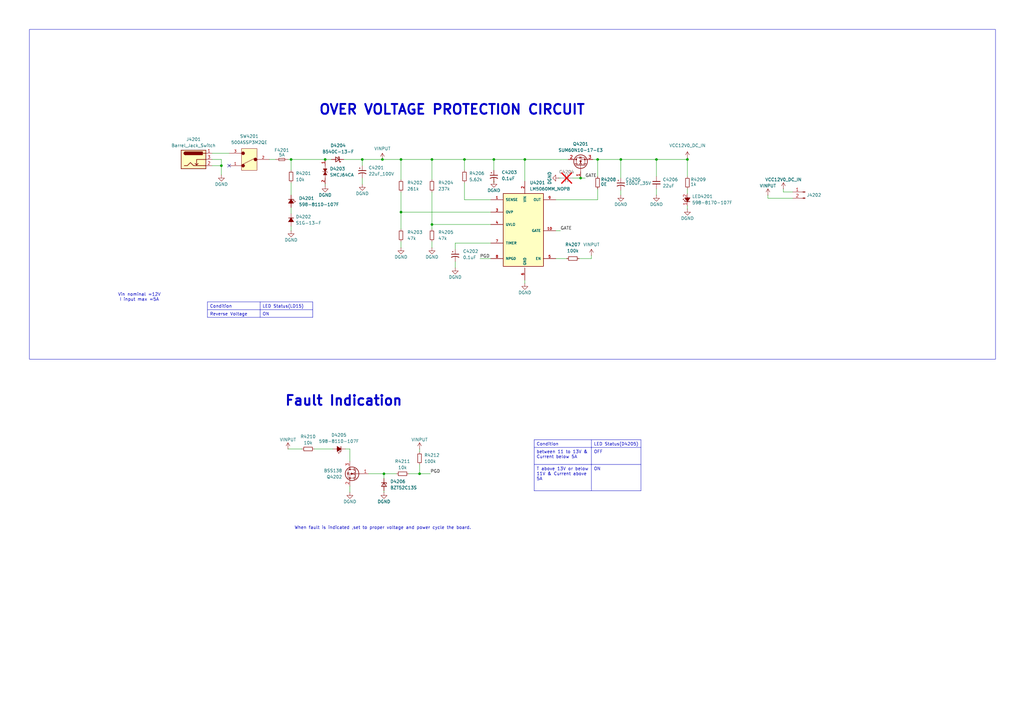
<source format=kicad_sch>
(kicad_sch (version 20250114) (generator "eeschema") (generator_version "9.0")
  (paper "A3")
  (title_block (title "Barre de son (base saine)") (date "2025-05-16") (rev "1.0") (company "NDH"))
  (lib_symbols
    (symbol "Connector:Barrel_Jack_Switch" (pin_names (hide yes))
      (property "Reference" "J" (at 0 5.334 0))
      (property "Value" "Barrel_Jack_Switch" (at 0 -5.08 0))
      (symbol "Barrel_Jack_Switch_0_1"
        (rectangle (start -5.08 3.81) (end 5.08 -3.81) (stroke (width 0.254)) (fill (type background)))
        (polyline (pts (xy -3.81 -2.54) (xy -2.54 -2.54) (xy -1.27 -1.27) (xy 0 -2.54) (xy 2.54 -2.54) (xy 5.08 -2.54)) (stroke (width 0.254)))
        (arc (start -3.302 1.905) (mid -3.9343 2.54) (end -3.302 3.175) (stroke (width 0.254)))
        (arc (start -3.302 1.905) (mid -3.9343 2.54) (end -3.302 3.175) (stroke (width 0.254)) (fill (type outline)))
        (polyline (pts (xy 1.27 -2.286) (xy 1.905 -1.651)) (stroke (width 0.254)))
        (rectangle (start 3.683 3.175) (end -3.302 1.905) (stroke (width 0.254)) (fill (type outline)))
        (polyline (pts (xy 5.08 2.54) (xy 3.81 2.54)) (stroke (width 0.254)))
        (polyline (pts (xy 5.08 0) (xy 1.27 0) (xy 1.27 -2.286) (xy 0.635 -1.651)) (stroke (width 0.254)))
      )
      (symbol "Barrel_Jack_Switch_1_1"
        (pin passive line (at 7.62 2.54 180) (length 2.54) (name "~") (number "1"))
        (pin passive line (at 7.62 0 180) (length 2.54) (name "~") (number "3"))
        (pin passive line (at 7.62 -2.54 180) (length 2.54) (name "~") (number "2"))
      )
    )
    (symbol "Connector:Conn_01x02_Pin" (pin_names (offset 1.016) (hide yes))
      (property "Reference" "J" (at 0 2.54 0))
      (property "Value" "Conn_01x02_Pin" (at 0 -5.08 0))
      (symbol "Conn_01x02_Pin_1_1"
        (rectangle (start 0.8636 0.127) (end 0 -0.127) (stroke (width 0.1524)) (fill (type outline)))
        (rectangle (start 0.8636 -2.413) (end 0 -2.667) (stroke (width 0.1524)) (fill (type outline)))
        (polyline (pts (xy 1.27 0) (xy 0.8636 0)) (stroke (width 0.1524)))
        (polyline (pts (xy 1.27 -2.54) (xy 0.8636 -2.54)) (stroke (width 0.1524)))
        (pin passive line (at 5.08 0 180) (length 3.81) (name "Pin_1") (number "1"))
        (pin passive line (at 5.08 -2.54 180) (length 3.81) (name "Pin_2") (number "2"))
      )
    )
    (symbol "Device:C_Polarized_Small_US" (pin_numbers (hide yes)) (pin_names (offset 0.254) (hide yes))
      (property "Reference" "C" (at 0.254 1.778 0))
      (property "Value" "C_Polarized_Small_US" (at 0.254 -2.032 0))
      (symbol "C_Polarized_Small_US_0_1"
        (polyline (pts (xy -1.524 0.508) (xy 1.524 0.508)) (stroke (width 0.3048)))
        (polyline (pts (xy -1.27 1.524) (xy -0.762 1.524)))
        (polyline (pts (xy -1.016 1.27) (xy -1.016 1.778)))
        (arc (start -1.524 -0.762) (mid 0 -0.3734) (end 1.524 -0.762) (stroke (width 0.3048)))
      )
      (symbol "C_Polarized_Small_US_1_1"
        (pin passive line (at 0 2.54 270) (length 2.032) (name "~") (number "1"))
        (pin passive line (at 0 -2.54 90) (length 2.032) (name "~") (number "2"))
      )
    )
    (symbol "Device:C_Small" (pin_numbers (hide yes)) (pin_names (offset 0.254) (hide yes))
      (property "Reference" "C" (at 0.254 1.778 0))
      (property "Value" "C_Small" (at 0.254 -2.032 0))
      (symbol "C_Small_0_1"
        (polyline (pts (xy -1.524 0.508) (xy 1.524 0.508)) (stroke (width 0.3048)))
        (polyline (pts (xy -1.524 -0.508) (xy 1.524 -0.508)) (stroke (width 0.3302)))
      )
      (symbol "C_Small_1_1"
        (pin passive line (at 0 2.54 270) (length 2.032) (name "~") (number "1"))
        (pin passive line (at 0 -2.54 90) (length 2.032) (name "~") (number "2"))
      )
    )
    (symbol "Device:D_Schottky_Small" (pin_numbers (hide yes)) (pin_names (offset 0.254) (hide yes))
      (property "Reference" "D" (at -1.27 2.032 0))
      (property "Value" "D_Schottky_Small" (at -7.112 -2.032 0))
      (symbol "D_Schottky_Small_0_1"
        (polyline (pts (xy -1.27 0.762) (xy -1.27 1.016) (xy -0.762 1.016) (xy -0.762 -1.016) (xy -0.254 -1.016) (xy -0.254 -0.762)) (stroke (width 0.254)))
        (polyline (pts (xy -0.762 0) (xy 0.762 0)))
        (polyline (pts (xy 0.762 -1.016) (xy -0.762 0) (xy 0.762 1.016) (xy 0.762 -1.016)) (stroke (width 0.254)))
      )
      (symbol "D_Schottky_Small_1_1"
        (pin passive line (at -2.54 0 0) (length 1.778) (name "K") (number "1"))
        (pin passive line (at 2.54 0 180) (length 1.778) (name "A") (number "2"))
      )
    )
    (symbol "Device:D_Small_Filled" (pin_numbers (hide yes)) (pin_names (offset 0.254) (hide yes))
      (property "Reference" "D" (at -1.27 2.032 0))
      (property "Value" "D_Small_Filled" (at -3.81 -2.032 0))
      (symbol "D_Small_Filled_0_1"
        (polyline (pts (xy -0.762 0) (xy 0.762 0)))
        (polyline (pts (xy -0.762 -1.016) (xy -0.762 1.016)) (stroke (width 0.254)))
        (polyline (pts (xy 0.762 -1.016) (xy -0.762 0) (xy 0.762 1.016) (xy 0.762 -1.016)) (stroke (width 0.254)) (fill (type outline)))
      )
      (symbol "D_Small_Filled_1_1"
        (pin passive line (at -2.54 0 0) (length 1.778) (name "K") (number "1"))
        (pin passive line (at 2.54 0 180) (length 1.778) (name "A") (number "2"))
      )
    )
    (symbol "Device:D_Zener_Small" (pin_numbers (hide yes)) (pin_names (offset 0.254) (hide yes))
      (property "Reference" "D" (at 0 2.286 0))
      (property "Value" "D_Zener_Small" (at 0 -2.286 0))
      (symbol "D_Zener_Small_0_1"
        (polyline (pts (xy -0.254 1.016) (xy -0.762 1.016) (xy -0.762 -1.016)) (stroke (width 0.254)))
        (polyline (pts (xy 0.762 1.016) (xy -0.762 0) (xy 0.762 -1.016) (xy 0.762 1.016)) (stroke (width 0.254)))
        (polyline (pts (xy 0.762 0) (xy -0.762 0)))
      )
      (symbol "D_Zener_Small_1_1"
        (pin passive line (at -2.54 0 0) (length 1.778) (name "K") (number "1"))
        (pin passive line (at 2.54 0 180) (length 1.778) (name "A") (number "2"))
      )
    )
    (symbol "Device:Fuse_Small" (pin_numbers (hide yes)) (pin_names (offset 0.254) (hide yes))
      (property "Reference" "F" (at 0 -1.524 0))
      (property "Value" "Fuse_Small" (at 0 1.524 0))
      (symbol "Fuse_Small_0_1"
        (rectangle (start -1.27 0.508) (end 1.27 -0.508))
        (polyline (pts (xy -1.27 0) (xy 1.27 0)))
      )
      (symbol "Fuse_Small_1_1"
        (pin passive line (at -2.54 0 0) (length 1.27) (name "~") (number "1"))
        (pin passive line (at 2.54 0 180) (length 1.27) (name "~") (number "2"))
      )
    )
    (symbol "Device:LED_Small_Filled" (pin_numbers (hide yes)) (pin_names (offset 0.254) (hide yes))
      (property "Reference" "D" (at -1.27 3.175 0))
      (property "Value" "LED_Small_Filled" (at -4.445 -2.54 0))
      (symbol "LED_Small_Filled_0_1"
        (polyline (pts (xy -0.762 -1.016) (xy -0.762 1.016)) (stroke (width 0.254)))
        (polyline (pts (xy 0 0.762) (xy -0.508 1.27) (xy -0.254 1.27) (xy -0.508 1.27) (xy -0.508 1.016)))
        (polyline (pts (xy 0.508 1.27) (xy 0 1.778) (xy 0.254 1.778) (xy 0 1.778) (xy 0 1.524)))
        (polyline (pts (xy 0.762 -1.016) (xy -0.762 0) (xy 0.762 1.016) (xy 0.762 -1.016)) (stroke (width 0.254)) (fill (type outline)))
        (polyline (pts (xy 1.016 0) (xy -0.762 0)))
      )
      (symbol "LED_Small_Filled_1_1"
        (pin passive line (at -2.54 0 0) (length 1.778) (name "K") (number "1"))
        (pin passive line (at 2.54 0 180) (length 1.778) (name "A") (number "2"))
      )
    )
    (symbol "Device:R_Small" (pin_numbers (hide yes)) (pin_names (offset 0.254) (hide yes))
      (property "Reference" "R" (at 0.762 0.508 0))
      (property "Value" "R_Small" (at 0.762 -1.016 0))
      (symbol "R_Small_0_1"
        (rectangle (start -0.762 1.778) (end 0.762 -1.778) (stroke (width 0.2032)))
      )
      (symbol "R_Small_1_1"
        (pin passive line (at 0 2.54 270) (length 0.762) (name "~") (number "1"))
        (pin passive line (at 0 -2.54 90) (length 0.762) (name "~") (number "2"))
      )
    )
    (symbol "Libglobal:500ASSP3M2QE"
      (property "Reference" "SW" (at 0 0 0))
      (property "Value" "500ASSP3M2QE" (at 5.842 -1.778 0))
      (symbol "500ASSP3M2QE_1_0"
        (pin power_in line (at -6.35 -5.08 0) (length 5.08) (name "") (number "3"))
        (pin power_in line (at -6.35 -10.16 0) (length 5.08) (name "") (number "1"))
        (pin power_in line (at 10.16 -7.62 180) (length 5.08) (name "") (number "2"))
      )
      (symbol "500ASSP3M2QE_1_1"
        (rectangle (start -1.27 -3.175) (end 5.08 -12.065) (fill (type background)))
        (polyline (pts (xy -1.27 -5.08) (xy -0.635 -5.08)))
        (polyline (pts (xy -1.27 -10.16) (xy -0.635 -10.16)))
        (circle (center -0.635 -5.08) (radius 0.635) (fill (type outline)))
        (circle (center -0.635 -10.16) (radius 0.635) (fill (type outline)))
        (polyline (pts (xy 4.445 -6.985) (xy -0.635 -9.525)))
        (circle (center 4.445 -7.62) (radius 0.635) (fill (type outline)))
        (polyline (pts (xy 5.08 -7.62) (xy 4.445 -7.62)))
      )
    )
    (symbol "Libglobal:598-8170-107F"
      (property "Reference" "LED" (at 0 -0.762 0))
      (property "Value" "598-8170-107F" (at 0 -2.286 0))
      (symbol "598-8170-107F_0_1"
        (polyline (pts (xy -0.762 -6.096) (xy -0.762 -4.064)) (stroke (width 0.254)))
        (polyline (pts (xy 0 -4.318) (xy -0.508 -3.81) (xy -0.254 -3.81) (xy -0.508 -3.81) (xy -0.508 -4.064)))
        (polyline (pts (xy 0.508 -3.81) (xy 0 -3.302) (xy 0.254 -3.302) (xy 0 -3.302) (xy 0 -3.556)))
        (polyline (pts (xy 0.762 -6.096) (xy -0.762 -5.08) (xy 0.762 -4.064) (xy 0.762 -6.096)) (stroke (width 0.254)) (fill (type outline)))
        (polyline (pts (xy 1.016 -5.08) (xy -0.762 -5.08)))
      )
      (symbol "598-8170-107F_1_1"
        (pin passive line (at -2.54 -5.08 0) (length 1.778) (name "") (number "1"))
        (pin passive line (at 2.54 -5.08 180) (length 1.778) (name "") (number "2"))
      )
    )
    (symbol "Libglobal:LM5060MM_NOPB" (pin_names (offset 1.016))
      (property "Reference" "U" (at -19.05 20.574 0))
      (property "Value" "LM5060MM_NOPB" (at -19.05 20.066 0))
      (symbol "LM5060MM_NOPB_0_0"
        (rectangle (start -8.89 17.78) (end 7.62 -12.065) (stroke (width 0.254)) (fill (type background)))
        (pin input line (at -13.97 15.24 0) (length 5.08) (name "SENSE") (number "1"))
        (pin input line (at -13.97 10.16 0) (length 5.08) (name "OVP") (number "3"))
        (pin input line (at -13.97 5.08 0) (length 5.08) (name "UVLO") (number "4"))
        (pin bidirectional line (at -13.97 -2.54 0) (length 5.08) (name "TIMER") (number "7"))
        (pin output line (at -13.97 -8.89 0) (length 5.08) (name "NPGD") (number "8"))
        (pin power_in line (at 0 22.86 270) (length 5.08) (name "VIN") (number "2"))
        (pin power_in line (at 0 -17.78 90) (length 5.08) (name "GND") (number "6"))
        (pin input line (at 12.7 15.24 180) (length 5.08) (name "OUT") (number "9"))
        (pin output line (at 12.7 2.54 180) (length 5.08) (name "GATE") (number "10"))
        (pin input line (at 12.7 -8.89 180) (length 5.08) (name "EN") (number "5"))
      )
    )
    (symbol "Libglobal:SMCJ64CA" (pin_names (offset 1.016))
      (property "Reference" "D" (at -5.08 2.54 0))
      (property "Value" "SMCJ64CA" (at -5.08 -5.08 0))
      (symbol "SMCJ64CA_0_0"
        (polyline (pts (xy -1.27 0) (xy -2.54 0)) (stroke (width 0.1524)))
        (polyline (pts (xy 0 0.762) (xy 0.254 1.016)) (stroke (width 0.1524)))
        (polyline (pts (xy 0 0) (xy -1.27 -0.762) (xy -1.27 0.762) (xy 0 0)) (stroke (width 0.1524)) (fill (type outline)))
        (polyline (pts (xy 0 0) (xy 1.27 0.762) (xy 1.27 -0.762) (xy 0 0)) (stroke (width 0.1524)) (fill (type outline)))
        (polyline (pts (xy 0 -0.762) (xy -0.254 -1.016)) (stroke (width 0.1524)))
        (polyline (pts (xy 0 -0.762) (xy 0 0.762)) (stroke (width 0.1524)))
        (polyline (pts (xy 1.27 0) (xy 2.54 0)) (stroke (width 0.1524)))
        (pin passive line (at -5.08 0 0) (length 2.54) (name "~") (number "1"))
        (pin passive line (at 5.08 0 180) (length 2.54) (name "~") (number "2"))
      )
    )
    (symbol "Libglobal:SUM60N10-17-E3"
      (property "Reference" "Q" (at 0 0 0))
      (property "Value" "SUM60N10-17-E3" (at 8.382 -1.778 0))
      (symbol "SUM60N10-17-E3_0_1"
        (polyline (pts (xy 3.81 -5.08) (xy 4.572 -5.08)))
        (polyline (pts (xy 4.064 -6.858) (xy 5.08 -6.858)) (stroke (width 0.254)))
        (polyline (pts (xy 4.445 -7.366) (xy 8.255 -7.366)) (stroke (width 0.254)))
        (circle (center 4.572 -5.08) (radius 0.254) (fill (type outline)))
        (polyline (pts (xy 5.842 -4.826) (xy 5.969 -4.699) (xy 5.969 -3.937) (xy 6.096 -3.81)))
        (polyline (pts (xy 5.842 -6.858) (xy 6.858 -6.858)) (stroke (width 0.254)))
        (polyline (pts (xy 5.969 -4.318) (xy 6.604 -4.699) (xy 6.604 -3.937) (xy 5.969 -4.318)))
        (circle (center 6.35 -5.969) (radius 2.794) (stroke (width 0.254)))
        (polyline (pts (xy 6.35 -6.604) (xy 5.969 -5.588) (xy 6.731 -5.588) (xy 6.35 -6.604)) (fill (type outline)))
        (polyline (pts (xy 6.35 -7.366) (xy 6.35 -10.16)))
        (polyline (pts (xy 7.62 -6.858) (xy 8.636 -6.858)) (stroke (width 0.254)))
        (circle (center 8.128 -5.08) (radius 0.254) (fill (type outline)))
        (polyline (pts (xy 8.128 -6.858) (xy 8.128 -4.318) (xy 4.572 -4.318) (xy 4.572 -6.858)))
        (polyline (pts (xy 8.89 -5.08) (xy 6.35 -5.08) (xy 6.35 -6.858)))
      )
      (symbol "SUM60N10-17-E3_1_1"
        (pin passive line (at 1.27 -5.08 0) (length 2.54) (name "") (number "2"))
        (pin input line (at 6.35 -12.7 90) (length 2.54) (name "") (number "1"))
        (pin passive line (at 11.43 -5.08 180) (length 2.54) (name "") (number "3"))
      )
    )
    (symbol "Transistor_FET:BSS138" (pin_names (hide yes))
      (property "Reference" "Q" (at 5.08 1.905 0))
      (property "Value" "BSS138" (at 5.08 0 0))
      (symbol "BSS138_0_1"
        (polyline (pts (xy 0.254 1.905) (xy 0.254 -1.905)) (stroke (width 0.254)))
        (polyline (pts (xy 0.254 0) (xy -2.54 0)))
        (polyline (pts (xy 0.762 2.286) (xy 0.762 1.27)) (stroke (width 0.254)))
        (polyline (pts (xy 0.762 0.508) (xy 0.762 -0.508)) (stroke (width 0.254)))
        (polyline (pts (xy 0.762 -1.27) (xy 0.762 -2.286)) (stroke (width 0.254)))
        (polyline (pts (xy 0.762 -1.778) (xy 3.302 -1.778) (xy 3.302 1.778) (xy 0.762 1.778)))
        (polyline (pts (xy 1.016 0) (xy 2.032 0.381) (xy 2.032 -0.381) (xy 1.016 0)) (fill (type outline)))
        (circle (center 1.651 0) (radius 2.794) (stroke (width 0.254)))
        (polyline (pts (xy 2.54 2.54) (xy 2.54 1.778)))
        (circle (center 2.54 1.778) (radius 0.254) (fill (type outline)))
        (circle (center 2.54 -1.778) (radius 0.254) (fill (type outline)))
        (polyline (pts (xy 2.54 -2.54) (xy 2.54 0) (xy 0.762 0)))
        (polyline (pts (xy 2.794 0.508) (xy 2.921 0.381) (xy 3.683 0.381) (xy 3.81 0.254)))
        (polyline (pts (xy 3.302 0.381) (xy 2.921 -0.254) (xy 3.683 -0.254) (xy 3.302 0.381)))
      )
      (symbol "BSS138_1_1"
        (pin input line (at -5.08 0 0) (length 2.54) (name "G") (number "1"))
        (pin passive line (at 2.54 5.08 270) (length 2.54) (name "D") (number "3"))
        (pin passive line (at 2.54 -5.08 90) (length 2.54) (name "S") (number "2"))
      )
    )
    (symbol "power:+1V0" (power) (pin_numbers (hide yes)) (pin_names (offset 0) (hide yes))
      (property "Value" "+1V0" (at 0 3.556 0))
      (symbol "+1V0_0_1"
        (polyline (pts (xy -0.762 1.27) (xy 0 2.54)))
        (polyline (pts (xy 0 2.54) (xy 0.762 1.27)))
        (polyline (pts (xy 0 0) (xy 0 2.54)))
      )
      (symbol "+1V0_1_1"
        (pin power_in line (at 0 0 90) (length 0) (name "~") (number "1"))
      )
    )
    (symbol "power:GND" (power) (pin_numbers (hide yes)) (pin_names (offset 0) (hide yes))
      (property "Value" "GND" (at 0 -3.81 0))
      (symbol "GND_0_1"
        (polyline (pts (xy 0 0) (xy 0 -1.27) (xy 1.27 -1.27) (xy 0 -2.54) (xy -1.27 -1.27) (xy 0 -1.27)))
      )
      (symbol "GND_1_1"
        (pin power_in line (at 0 0 270) (length 0) (name "~") (number "1"))
      )
    )
  )
  (rectangle (start 12.065 12.065) (end 408.305 147.32))
  (text "Vin nominal =12V\nI input max =5A\n" (at 57.15 121.92 0) (effects (font (size 1.27 1.27))))
  (text "When fault is indicated ,set to proper voltage and power cycle the board. " (at 157.48 216.535 0) (effects (font (size 1.27 1.27))))
  (text "Fault Indication\n" (at 140.97 164.465 0) (effects (font (size 4 4) (thickness 0.8) (bold yes))))
  (text "OVER VOLTAGE PROTECTION CIRCUIT\n" (at 185.42 45.085 0) (effects (font (size 4 4) (thickness 0.8) (bold yes))))
  (junction (at 148.59 65.405))
  (junction (at 202.565 65.405))
  (junction (at 172.085 194.31))
  (junction (at 269.24 65.405))
  (junction (at 245.11 65.405))
  (junction (at 215.265 65.405))
  (junction (at 281.94 65.405))
  (junction (at 254.635 65.405))
  (junction (at 157.48 194.31))
  (junction (at 133.35 65.405))
  (junction (at 177.165 92.075))
  (junction (at 164.465 65.405))
  (junction (at 90.805 67.945))
  (junction (at 156.845 65.405))
  (junction (at 238.125 73.025))
  (junction (at 164.465 86.995))
  (junction (at 190.5 65.405))
  (junction (at 177.165 65.405))
  (junction (at 119.38 65.405))
  (no_connect (at 93.98 67.945))
  (wire (pts (xy 143.51 184.15) (xy 141.605 184.15)))
  (wire (pts (xy 254.635 73.025) (xy 254.635 65.405)))
  (wire (pts (xy 90.805 71.755) (xy 90.805 67.945)))
  (wire (pts (xy 202.565 74.93) (xy 202.565 74.295)))
  (wire (pts (xy 177.165 73.66) (xy 177.165 65.405)))
  (wire (pts (xy 190.5 65.405) (xy 202.565 65.405)))
  (wire (pts (xy 321.31 77.47) (xy 321.31 78.74)))
  (wire (pts (xy 177.165 78.74) (xy 177.165 92.075)))
  (wire (pts (xy 281.94 64.77) (xy 281.94 65.405)))
  (wire (pts (xy 177.165 65.405) (xy 164.465 65.405)))
  (wire (pts (xy 136.525 184.15) (xy 128.905 184.15)))
  (wire (pts (xy 156.845 65.405) (xy 164.465 65.405)))
  (wire (pts (xy 242.57 106.045) (xy 237.49 106.045)))
  (wire (pts (xy 190.5 74.93) (xy 190.5 81.915)))
  (wire (pts (xy 321.31 78.74) (xy 325.12 78.74)))
  (wire (pts (xy 186.69 99.695) (xy 186.69 102.235)))
  (wire (pts (xy 135.89 65.405) (xy 133.35 65.405)))
  (wire (pts (xy 118.11 184.15) (xy 123.825 184.15)))
  (wire (pts (xy 172.085 194.31) (xy 176.53 194.31)))
  (wire (pts (xy 201.295 92.075) (xy 177.165 92.075)))
  (wire (pts (xy 90.805 67.945) (xy 86.995 67.945)))
  (wire (pts (xy 119.38 74.93) (xy 119.38 80.01)))
  (wire (pts (xy 86.995 62.865) (xy 93.98 62.865)))
  (wire (pts (xy 172.085 184.15) (xy 172.085 185.42)))
  (wire (pts (xy 148.59 65.405) (xy 140.97 65.405)))
  (wire (pts (xy 157.48 201.93) (xy 157.48 201.295)))
  (wire (pts (xy 156.845 65.405) (xy 148.59 65.405)))
  (wire (pts (xy 190.5 69.85) (xy 190.5 65.405)))
  (wire (pts (xy 157.48 194.31) (xy 151.13 194.31)))
  (wire (pts (xy 172.085 190.5) (xy 172.085 194.31)))
  (wire (pts (xy 143.51 201.93) (xy 143.51 199.39)))
  (wire (pts (xy 86.995 65.405) (xy 90.805 65.405)))
  (wire (pts (xy 177.165 92.075) (xy 177.165 93.98)))
  (wire (pts (xy 119.38 94.615) (xy 119.38 92.71)))
  (wire (pts (xy 164.465 86.995) (xy 164.465 93.98)))
  (wire (pts (xy 254.635 65.405) (xy 245.11 65.405)))
  (wire (pts (xy 133.35 76.2) (xy 133.35 75.565)))
  (wire (pts (xy 314.96 81.28) (xy 325.12 81.28)))
  (wire (pts (xy 233.045 65.405) (xy 215.265 65.405)))
  (wire (pts (xy 281.94 65.405) (xy 269.24 65.405)))
  (wire (pts (xy 143.51 189.23) (xy 143.51 184.15)))
  (wire (pts (xy 164.465 73.66) (xy 164.465 65.405)))
  (wire (pts (xy 164.465 86.995) (xy 201.295 86.995)))
  (wire (pts (xy 232.41 106.045) (xy 227.965 106.045)))
  (wire (pts (xy 157.48 196.215) (xy 157.48 194.31)))
  (wire (pts (xy 119.38 65.405) (xy 118.11 65.405)))
  (wire (pts (xy 281.94 79.375) (xy 281.94 77.47)))
  (wire (pts (xy 269.24 72.39) (xy 269.24 65.405)))
  (wire (pts (xy 186.69 107.315) (xy 186.69 109.855)))
  (wire (pts (xy 162.56 194.31) (xy 157.48 194.31)))
  (wire (pts (xy 201.295 99.695) (xy 186.69 99.695)))
  (wire (pts (xy 314.96 80.01) (xy 314.96 81.28)))
  (wire (pts (xy 245.11 77.47) (xy 245.11 81.915)))
  (wire (pts (xy 229.235 73.025) (xy 229.87 73.025)))
  (wire (pts (xy 164.465 101.6) (xy 164.465 99.06)))
  (wire (pts (xy 90.805 65.405) (xy 90.805 67.945)))
  (wire (pts (xy 245.11 65.405) (xy 245.11 72.39)))
  (wire (pts (xy 242.57 104.775) (xy 242.57 106.045)))
  (wire (pts (xy 190.5 65.405) (xy 177.165 65.405)))
  (wire (pts (xy 215.265 116.205) (xy 215.265 114.935)))
  (wire (pts (xy 238.125 73.025) (xy 240.03 73.025)))
  (wire (pts (xy 167.64 194.31) (xy 172.085 194.31)))
  (wire (pts (xy 119.38 65.405) (xy 133.35 65.405)))
  (wire (pts (xy 245.11 81.915) (xy 227.965 81.915)))
  (wire (pts (xy 243.205 65.405) (xy 245.11 65.405)))
  (wire (pts (xy 177.165 101.6) (xy 177.165 99.06)))
  (wire (pts (xy 113.03 65.405) (xy 110.49 65.405)))
  (wire (pts (xy 234.95 73.025) (xy 238.125 73.025)))
  (wire (pts (xy 269.24 80.01) (xy 269.24 77.47)))
  (wire (pts (xy 281.94 85.725) (xy 281.94 84.455)))
  (wire (pts (xy 202.565 65.405) (xy 202.565 69.85)))
  (wire (pts (xy 190.5 81.915) (xy 201.295 81.915)))
  (wire (pts (xy 202.565 65.405) (xy 215.265 65.405)))
  (wire (pts (xy 119.38 69.85) (xy 119.38 65.405)))
  (wire (pts (xy 215.265 74.295) (xy 215.265 65.405)))
  (wire (pts (xy 269.24 65.405) (xy 254.635 65.405)))
  (wire (pts (xy 119.38 87.63) (xy 119.38 85.09)))
  (wire (pts (xy 148.59 75.565) (xy 148.59 73.025)))
  (wire (pts (xy 148.59 67.945) (xy 148.59 65.405)))
  (wire (pts (xy 164.465 78.74) (xy 164.465 86.995)))
  (wire (pts (xy 196.85 106.045) (xy 201.295 106.045)))
  (wire (pts (xy 254.635 80.01) (xy 254.635 78.105)))
  (wire (pts (xy 229.87 94.615) (xy 227.965 94.615)))
  (wire (pts (xy 281.94 72.39) (xy 281.94 65.405)))
  (table (column_count 2) (border (external yes) (header yes)) (separators (rows yes) (cols yes)) (column_widths 21.59 21.59) (row_heights 3.175 3.175) (cells (table_cell "Condition" (at 85.09 123.825 0) (size 21.59 3.175) (margins 0.9525 0.9525 0.9525 0.9525) (span 1 1)) (table_cell "LED Status(LD15)" (at 106.68 123.825 0) (size 21.59 3.175) (margins 0.9525 0.9525 0.9525 0.9525) (span 1 1)) (table_cell "Reverse Voltage " (at 85.09 127 0) (size 21.59 3.175) (margins 0.9525 0.9525 0.9525 0.9525) (span 1 1)) (table_cell "ON" (at 106.68 127 0) (size 21.59 3.175) (margins 0.9525 0.9525 0.9525 0.9525) (span 1 1))))
  (table (column_count 2) (border (external yes) (header yes)) (separators (rows yes) (cols yes)) (column_widths 23.495 20.32) (row_heights 3.175 6.985 10.795) (cells (table_cell "Condition" (at 219.075 180.34 0) (size 23.495 3.175) (margins 0.9525 0.9525 0.9525 0.9525) (span 1 1)) (table_cell "LED Status(D4205)" (at 242.57 180.34 0) (size 20.32 3.175) (margins 0.9525 0.9525 0.9525 0.9525) (span 1 1)) (table_cell "between 11 to 13V & Current below 5A" (at 219.075 183.515 0) (size 23.495 6.985) (margins 0.9525 0.9525 0.9525 0.9525) (span 1 1)) (table_cell "OFF" (at 242.57 183.515 0) (size 20.32 6.985) (margins 0.9525 0.9525 0.9525 0.9525) (span 1 1)) (table_cell "T above 13V or below 11V & Current above 5A" (at 219.075 190.5 0) (size 23.495 10.795) (margins 0.9525 0.9525 0.9525 0.9525) (span 1 1)) (table_cell "ON" (at 242.57 190.5 0) (size 20.32 10.795) (margins 0.9525 0.9525 0.9525 0.9525) (span 1 1))))
  (label "PGD" (at 176.53 194.31 0))
  (label "GATE" (at 229.87 94.615 0))
  (label "GATE" (at 240.03 73.025 0))
  (label "PGD" (at 196.85 106.045 0))
  (symbol (lib_id "power:+1V0") (at 156.845 65.405 0) (unit 1)
    (property "Reference" "#PWR04201" (effects (hide yes)))
    (property "Value" "VINPUT" (at 156.845 60.96 0))
    (property "Description" "Power symbol creates a global label with name \"+1V0\"" (effects (hide yes)))
  )
  (symbol (lib_id "Libglobal:598-8170-107F") (at 276.86 81.915 90) (unit 1)
    (property "Reference" "LED4201" (at 283.845 80.5814 90) (effects (justify right)))
    (property "Value" "598-8170-107F" (at 283.845 83.1214 90) (effects (justify right)))
  )
  (symbol (lib_id "power:GND") (at 143.51 201.93 0) (unit 1)
    (property "Reference" "#PWR0909" (effects (hide yes)))
    (property "Value" "DGND" (at 143.51 205.74 0))
    (property "Description" "Power symbol creates a global label with name \"GND\" , ground" (effects (hide yes)))
  )
  (symbol (lib_id "Libglobal:LM5060MM_NOPB") (at 215.265 97.155 0) (unit 1)
    (property "Reference" "U4201" (at 217.2336 74.93 0) (effects (justify left)))
    (property "Value" "LM5060MM_NOPB" (at 217.2336 77.47 0) (effects (justify left)))
    (property "Footprint" "LM5060MM_NOPB:SOP50P490X110-10N" (effects (hide yes)))
    (property "MF" "Texas Instruments" (effects (hide yes)))
    (property "MAXIMUM_PACKAGE_HEIGHT" "1.1 mm" (effects (hide yes)))
    (property "Package" "VSSOP-10 Texas Instruments" (effects (hide yes)))
    (property "Price" "None" (effects (hide yes)))
    (property "Check_prices" "https://www.snapeda.com/parts/LM5060MM/NOPB/Texas+Instruments/view-part/?ref=eda" (effects (hide yes)))
    (property "STANDARD" "IPC-7351B" (effects (hide yes)))
    (property "PARTREV" "H" (effects (hide yes)))
    (property "SnapEDA_Link" "https://www.snapeda.com/parts/LM5060MM/NOPB/Texas+Instruments/view-part/?ref=snap" (effects (hide yes)))
    (property "MP" "LM5060MM/NOPB" (effects (hide yes)))
    (property "Description_1" "5.5-V to 65-V high side protection controller" (effects (hide yes)))
    (property "Availability" "In Stock" (effects (hide yes)))
    (property "MANUFACTURER" "Texas Instruments" (effects (hide yes)))
  )
  (symbol (lib_id "power:+1V0") (at 314.96 80.01 0) (unit 1)
    (property "Reference" "#PWR04205" (effects (hide yes)))
    (property "Value" "VINPUT" (at 314.96 76.2 0))
    (property "Description" "Power symbol creates a global label with name \"+1V0\"" (effects (hide yes)))
  )
  (symbol (lib_id "power:+1V0") (at 321.31 77.47 0) (unit 1)
    (property "Reference" "#PWR04204" (effects (hide yes)))
    (property "Value" "VCC12V0_DC_IN" (at 321.31 73.66 0))
    (property "Description" "Power symbol creates a global label with name \"+1V0\"" (effects (hide yes)))
  )
  (symbol (lib_id "Device:C_Small") (at 269.24 74.93 0) (unit 1)
    (property "Reference" "C4206" (at 271.78 73.6662 0) (effects (justify left)))
    (property "Value" "22uF" (at 271.78 76.2062 0) (effects (justify left)))
    (property "Description" "Unpolarized capacitor, small symbol" (effects (hide yes)))
  )
  (symbol (lib_id "Device:LED_Small_Filled") (at 139.065 184.15 180) (unit 1)
    (property "Reference" "D4205" (at 139.0015 178.435 0))
    (property "Value" "598-8110-107F" (at 139.0015 180.975 0))
    (property "Description" "Light emitting diode, small symbol, filled shape" (effects (hide yes)))
    (property "Sim.Pins" "1=K 2=A" (effects (hide yes)))
  )
  (symbol (lib_id "Device:C_Polarized_Small_US") (at 148.59 70.485 0) (unit 1)
    (property "Reference" "C4201" (at 151.13 68.7831 0) (effects (justify left)))
    (property "Value" "22uF_100V" (at 151.13 71.3231 0) (effects (justify left)))
    (property "Description" "Polarized capacitor, small US symbol" (effects (hide yes)))
  )
  (symbol (lib_id "Transistor_FET:BSS138") (at 146.05 194.31 0) (mirror y) (unit 1)
    (property "Reference" "Q4202" (at 140.335 195.5801 0) (effects (justify left)))
    (property "Value" "BSS138" (at 140.335 193.0401 0) (effects (justify left)))
    (property "Footprint" "Package_TO_SOT_SMD:SOT-23" (effects (hide yes)))
    (property "Datasheet" "https://www.onsemi.com/pub/Collateral/BSS138-D.PDF" (effects (hide yes)))
    (property "Description" "50V Vds, 0.22A Id, N-Channel MOSFET, SOT-23" (effects (hide yes)))
  )
  (symbol (lib_id "power:GND") (at 90.805 71.755 0) (unit 1)
    (property "Reference" "#PWR0896" (effects (hide yes)))
    (property "Value" "DGND" (at 90.805 75.565 0))
    (property "Description" "Power symbol creates a global label with name \"GND\" , ground" (effects (hide yes)))
  )
  (symbol (lib_id "Device:R_Small") (at 119.38 72.39 0) (unit 1)
    (property "Reference" "R4201" (at 121.285 71.1199 0) (effects (justify left)))
    (property "Value" "10k" (at 121.285 73.6599 0) (effects (justify left)))
    (property "Description" "Resistor, small symbol" (effects (hide yes)))
  )
  (symbol (lib_id "Device:R_Small") (at 234.95 106.045 90) (unit 1)
    (property "Reference" "R4207" (at 234.95 100.33 90))
    (property "Value" "100k" (at 234.95 102.87 90))
    (property "Description" "Resistor, small symbol" (effects (hide yes)))
  )
  (symbol (lib_id "power:GND") (at 119.38 94.615 0) (unit 1)
    (property "Reference" "#PWR0897" (effects (hide yes)))
    (property "Value" "DGND" (at 119.38 98.425 0))
    (property "Description" "Power symbol creates a global label with name \"GND\" , ground" (effects (hide yes)))
  )
  (symbol (lib_id "Libglobal:500ASSP3M2QE") (at 100.33 57.785 0) (unit 1)
    (property "Reference" "SW4201" (at 102.235 55.88 0))
    (property "Value" "500ASSP3M2QE" (at 102.235 58.42 0))
  )
  (symbol (lib_id "power:GND") (at 229.235 73.025 270) (unit 1)
    (property "Reference" "#PWR0905" (effects (hide yes)))
    (property "Value" "DGND" (at 225.425 73.025 0))
    (property "Description" "Power symbol creates a global label with name \"GND\" , ground" (effects (hide yes)))
  )
  (symbol (lib_id "Libglobal:SMCJ64CA") (at 133.35 70.485 270) (unit 1)
    (property "Reference" "D4203" (at 135.255 69.2149 90) (effects (justify left)))
    (property "Value" "SMCJ64CA" (at 135.255 71.7549 90) (effects (justify left)))
    (property "Footprint" "SMCJ64CA:DIOM6859X262N" (effects (hide yes)))
    (property "MF" "Taiwan Semiconductor" (effects (hide yes)))
    (property "MAXIMUM_PACKAGE_HEIGHT" "2.62 mm" (effects (hide yes)))
    (property "Package" "SMC Taiwan Semiconductor" (effects (hide yes)))
    (property "Price" "None" (effects (hide yes)))
    (property "Check_prices" "https://www.snapeda.com/parts/SMCJ64CA/taiwan/view-part/?ref=eda" (effects (hide yes)))
    (property "STANDARD" "IPC-7351B" (effects (hide yes)))
    (property "PARTREV" "R2102" (effects (hide yes)))
    (property "SnapEDA_Link" "https://www.snapeda.com/parts/SMCJ64CA/taiwan/view-part/?ref=snap" (effects (hide yes)))
    (property "MP" "SMCJ64CA" (effects (hide yes)))
    (property "Description_1" "1500W, 74.9V, 5%, Bidirectional, TVS" (effects (hide yes)))
    (property "Availability" "In Stock" (effects (hide yes)))
    (property "MANUFACTURER" "Taiwan Semiconductor" (effects (hide yes)))
  )
  (symbol (lib_id "power:GND") (at 254.635 80.01 0) (unit 1)
    (property "Reference" "#PWR0906" (effects (hide yes)))
    (property "Value" "DGND" (at 254.635 83.82 0))
    (property "Description" "Power symbol creates a global label with name \"GND\" , ground" (effects (hide yes)))
  )
  (symbol (lib_id "power:+1V0") (at 242.57 104.775 0) (unit 1)
    (property "Reference" "#PWR04202" (effects (hide yes)))
    (property "Value" "VINPUT" (at 242.57 100.33 0))
    (property "Description" "Power symbol creates a global label with name \"+1V0\"" (effects (hide yes)))
  )
  (symbol (lib_id "Device:R_Small") (at 177.165 96.52 0) (unit 1)
    (property "Reference" "R4205" (at 179.705 95.2499 0) (effects (justify left)))
    (property "Value" "47k" (at 179.705 97.7899 0) (effects (justify left)))
    (property "Description" "Resistor, small symbol" (effects (hide yes)))
  )
  (symbol (lib_id "power:GND") (at 215.265 116.205 0) (unit 1)
    (property "Reference" "#PWR0903" (effects (hide yes)))
    (property "Value" "DGND" (at 215.265 120.015 0))
    (property "Description" "Power symbol creates a global label with name \"GND\" , ground" (effects (hide yes)))
  )
  (symbol (lib_id "power:GND") (at 177.165 101.6 0) (unit 1)
    (property "Reference" "#PWR0901" (effects (hide yes)))
    (property "Value" "DGND" (at 177.165 105.41 0))
    (property "Description" "Power symbol creates a global label with name \"GND\" , ground" (effects (hide yes)))
  )
  (symbol (lib_id "power:+1V0") (at 118.11 184.15 0) (unit 1)
    (property "Reference" "#PWR04206" (effects (hide yes)))
    (property "Value" "VINPUT" (at 118.11 180.34 0))
    (property "Description" "Power symbol creates a global label with name \"+1V0\"" (effects (hide yes)))
  )
  (symbol (lib_id "power:+1V0") (at 172.085 184.15 0) (unit 1)
    (property "Reference" "#PWR04207" (effects (hide yes)))
    (property "Value" "VINPUT" (at 172.085 180.34 0))
    (property "Description" "Power symbol creates a global label with name \"+1V0\"" (effects (hide yes)))
  )
  (symbol (lib_id "Connector:Barrel_Jack_Switch") (at 79.375 65.405 0) (unit 1)
    (property "Reference" "J4201" (at 79.375 57.15 0))
    (property "Value" "Barrel_Jack_Switch" (at 79.375 59.69 0))
    (property "Description" "DC Barrel Jack with an internal switch" (effects (hide yes)))
  )
  (symbol (lib_id "power:GND") (at 133.35 76.2 0) (unit 1)
    (property "Reference" "#PWR0898" (effects (hide yes)))
    (property "Value" "DGND" (at 133.35 80.01 0))
    (property "Description" "Power symbol creates a global label with name \"GND\" , ground" (effects (hide yes)))
  )
  (symbol (lib_id "Device:C_Polarized_Small_US") (at 186.69 104.775 0) (unit 1)
    (property "Reference" "C4202" (at 189.865 103.0731 0) (effects (justify left)))
    (property "Value" "0.1uF" (at 189.865 105.6131 0) (effects (justify left)))
    (property "Description" "Polarized capacitor, small US symbol" (effects (hide yes)))
  )
  (symbol (lib_id "power:GND") (at 148.59 75.565 0) (unit 1)
    (property "Reference" "#PWR0899" (effects (hide yes)))
    (property "Value" "DGND" (at 148.59 79.375 0))
    (property "Description" "Power symbol creates a global label with name \"GND\" , ground" (effects (hide yes)))
  )
  (symbol (lib_id "Device:Fuse_Small") (at 115.57 65.405 0) (unit 1)
    (property "Reference" "F4201" (at 115.57 61.595 0))
    (property "Value" "5A" (at 115.57 63.5 0))
    (property "Description" "Fuse, small symbol" (effects (hide yes)))
  )
  (symbol (lib_id "power:GND") (at 281.94 85.725 0) (unit 1)
    (property "Reference" "#PWR0908" (effects (hide yes)))
    (property "Value" "DGND" (at 281.94 89.535 0))
    (property "Description" "Power symbol creates a global label with name \"GND\" , ground" (effects (hide yes)))
  )
  (symbol (lib_id "Device:C_Polarized_Small_US") (at 202.565 72.39 0) (unit 1)
    (property "Reference" "C4203" (at 205.74 70.6881 0) (effects (justify left)))
    (property "Value" "0.1uF" (at 205.74 73.2281 0) (effects (justify left)))
    (property "Description" "Polarized capacitor, small US symbol" (effects (hide yes)))
  )
  (symbol (lib_id "Device:D_Small_Filled") (at 119.38 90.17 270) (unit 1)
    (property "Reference" "D4202" (at 121.285 88.8999 90) (effects (justify left)))
    (property "Value" "S1G-13-F" (at 121.285 91.4399 90) (effects (justify left)))
    (property "Description" "Diode, small symbol, filled shape" (effects (hide yes)))
    (property "Sim.Device" "D" (effects (hide yes)))
    (property "Sim.Pins" "1=K 2=A" (effects (hide yes)))
  )
  (symbol (lib_id "Device:R_Small") (at 165.1 194.31 90) (unit 1)
    (property "Reference" "R4211" (at 165.1 189.23 90))
    (property "Value" "10k" (at 165.1 191.77 90))
    (property "Description" "Resistor, small symbol" (effects (hide yes)))
  )
  (symbol (lib_id "power:+1V0") (at 281.94 64.77 0) (unit 1)
    (property "Reference" "#PWR04203" (effects (hide yes)))
    (property "Value" "VCC12V0_DC_IN" (at 281.94 59.69 0))
    (property "Description" "Power symbol creates a global label with name \"+1V0\"" (effects (hide yes)))
  )
  (symbol (lib_id "Device:C_Small") (at 232.41 73.025 90) (unit 1) (dnp yes)
    (property "Reference" "C4204" (at 232.41 70.485 90))
    (property "Value" "C_Small" (effects (hide yes)))
    (property "Description" "Unpolarized capacitor, small symbol" (effects (hide yes)))
  )
  (symbol (lib_id "power:GND") (at 164.465 101.6 0) (unit 1)
    (property "Reference" "#PWR0900" (effects (hide yes)))
    (property "Value" "DGND" (at 164.465 105.41 0))
    (property "Description" "Power symbol creates a global label with name \"GND\" , ground" (effects (hide yes)))
  )
  (symbol (lib_id "Device:R_Small") (at 164.465 76.2 0) (unit 1)
    (property "Reference" "R4202" (at 167.005 74.9299 0) (effects (justify left)))
    (property "Value" "261k" (at 167.005 77.4699 0) (effects (justify left)))
    (property "Description" "Resistor, small symbol" (effects (hide yes)))
  )
  (symbol (lib_id "Device:R_Small") (at 190.5 72.39 0) (unit 1)
    (property "Reference" "R4206" (at 192.405 71.1199 0) (effects (justify left)))
    (property "Value" "5.62k" (at 192.405 73.6599 0) (effects (justify left)))
    (property "Description" "Resistor, small symbol" (effects (hide yes)))
  )
  (symbol (lib_id "Device:R_Small") (at 177.165 76.2 0) (unit 1)
    (property "Reference" "R4204" (at 179.705 74.9299 0) (effects (justify left)))
    (property "Value" "237k" (at 179.705 77.4699 0) (effects (justify left)))
    (property "Description" "Resistor, small symbol" (effects (hide yes)))
  )
  (symbol (lib_id "Connector:Conn_01x02_Pin") (at 330.2 78.74 0) (mirror y) (unit 1)
    (property "Reference" "J4202" (at 330.835 80.01 0) (effects (justify right)))
    (property "Value" "Conn_01x02_Pin" (effects (hide yes)))
    (property "Description" "Generic connector, single row, 01x02, script generated" (effects (hide yes)))
  )
  (symbol (lib_id "Device:LED_Small_Filled") (at 119.38 82.55 270) (unit 1)
    (property "Reference" "D4201" (at 122.555 81.3434 90) (effects (justify left)))
    (property "Value" "598-8110-107F" (at 122.555 83.8834 90) (effects (justify left)))
    (property "Description" "Light emitting diode, small symbol, filled shape" (effects (hide yes)))
    (property "Sim.Pins" "1=K 2=A" (effects (hide yes)))
  )
  (symbol (lib_id "Device:R_Small") (at 281.94 74.93 0) (unit 1)
    (property "Reference" "R4209" (at 283.21 73.66 0) (effects (justify left)))
    (property "Value" "1k" (at 283.21 75.565 0) (effects (justify left)))
    (property "Description" "Resistor, small symbol" (effects (hide yes)))
  )
  (symbol (lib_id "power:GND") (at 202.565 74.295 0) (unit 1)
    (property "Reference" "#PWR0904" (effects (hide yes)))
    (property "Value" "DGND" (at 202.565 78.105 0))
    (property "Description" "Power symbol creates a global label with name \"GND\" , ground" (effects (hide yes)))
  )
  (symbol (lib_id "Device:D_Schottky_Small") (at 138.43 65.405 180) (unit 1)
    (property "Reference" "D4204" (at 138.684 59.69 0))
    (property "Value" "B540C-13-F" (at 138.684 62.23 0))
    (property "Description" "Schottky diode, small symbol" (effects (hide yes)))
  )
  (symbol (lib_id "Device:R_Small") (at 245.11 74.93 0) (unit 1)
    (property "Reference" "R4208" (at 246.38 73.66 0) (effects (justify left)))
    (property "Value" "0E" (at 246.38 75.565 0) (effects (justify left)))
    (property "Description" "Resistor, small symbol" (effects (hide yes)))
  )
  (symbol (lib_id "power:GND") (at 269.24 80.01 0) (unit 1)
    (property "Reference" "#PWR0907" (effects (hide yes)))
    (property "Value" "DGND" (at 269.24 83.82 0))
    (property "Description" "Power symbol creates a global label with name \"GND\" , ground" (effects (hide yes)))
  )
  (symbol (lib_id "power:GND") (at 157.48 201.93 0) (unit 1)
    (property "Reference" "#PWR0910" (effects (hide yes)))
    (property "Value" "DGND" (at 157.48 205.74 0))
    (property "Description" "Power symbol creates a global label with name \"GND\" , ground" (effects (hide yes)))
  )
  (symbol (lib_id "Libglobal:SUM60N10-17-E3") (at 231.775 60.325 0) (unit 1)
    (property "Reference" "Q4201" (at 238.125 59.055 0))
    (property "Value" "SUM60N10-17-E3" (at 238.125 61.595 0))
  )
  (symbol (lib_id "Device:R_Small") (at 164.465 96.52 0) (unit 1)
    (property "Reference" "R4203" (at 167.005 95.2499 0) (effects (justify left)))
    (property "Value" "47k" (at 167.005 97.7899 0) (effects (justify left)))
    (property "Description" "Resistor, small symbol" (effects (hide yes)))
  )
  (symbol (lib_id "power:GND") (at 186.69 109.855 0) (unit 1)
    (property "Reference" "#PWR0902" (effects (hide yes)))
    (property "Value" "DGND" (at 186.69 113.665 0))
    (property "Description" "Power symbol creates a global label with name \"GND\" , ground" (effects (hide yes)))
  )
  (symbol (lib_id "Device:R_Small") (at 172.085 187.96 180) (unit 1)
    (property "Reference" "R4212" (at 173.99 186.6899 0) (effects (justify right)))
    (property "Value" "100k" (at 173.99 189.2299 0) (effects (justify right)))
    (property "Description" "Resistor, small symbol" (effects (hide yes)))
  )
  (symbol (lib_id "Device:C_Polarized_Small_US") (at 254.635 75.565 0) (unit 1)
    (property "Reference" "C4205" (at 256.54 73.66 0) (effects (justify left)))
    (property "Value" "100uF_35V" (at 256.54 75.1331 0) (effects (justify left)))
    (property "Description" "Polarized capacitor, small US symbol" (effects (hide yes)))
  )
  (symbol (lib_id "Device:D_Zener_Small") (at 157.48 198.755 270) (unit 1)
    (property "Reference" "D4206" (at 160.02 197.4849 90) (effects (justify left)))
    (property "Value" "BZT52C13S" (at 160.02 200.0249 90) (effects (justify left)))
    (property "Description" "Zener diode, small symbol" (effects (hide yes)))
  )
  (symbol (lib_id "Device:R_Small") (at 126.365 184.15 90) (unit 1)
    (property "Reference" "R4210" (at 126.365 179.07 90))
    (property "Value" "10k" (at 126.365 181.61 90))
    (property "Description" "Resistor, small symbol" (effects (hide yes)))
  )
)
</source>
